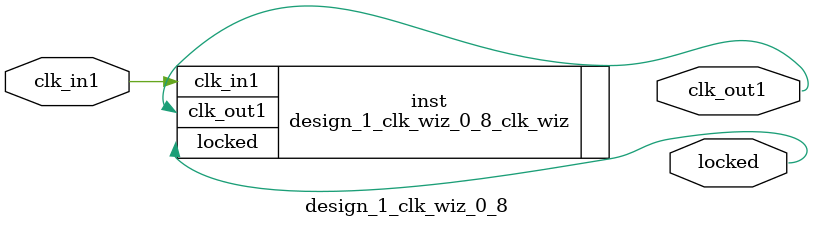
<source format=v>


`timescale 1ps/1ps

(* CORE_GENERATION_INFO = "design_1_clk_wiz_0_8,clk_wiz_v6_0_2_0_0,{component_name=design_1_clk_wiz_0_8,use_phase_alignment=true,use_min_o_jitter=false,use_max_i_jitter=false,use_dyn_phase_shift=false,use_inclk_switchover=false,use_dyn_reconfig=false,enable_axi=0,feedback_source=FDBK_AUTO,PRIMITIVE=MMCM,num_out_clk=1,clkin1_period=10.000,clkin2_period=10.000,use_power_down=false,use_reset=false,use_locked=true,use_inclk_stopped=false,feedback_type=SINGLE,CLOCK_MGR_TYPE=NA,manual_override=false}" *)

module design_1_clk_wiz_0_8 
 (
  // Clock out ports
  output        clk_out1,
  // Status and control signals
  output        locked,
 // Clock in ports
  input         clk_in1
 );

  design_1_clk_wiz_0_8_clk_wiz inst
  (
  // Clock out ports  
  .clk_out1(clk_out1),
  // Status and control signals               
  .locked(locked),
 // Clock in ports
  .clk_in1(clk_in1)
  );

endmodule

</source>
